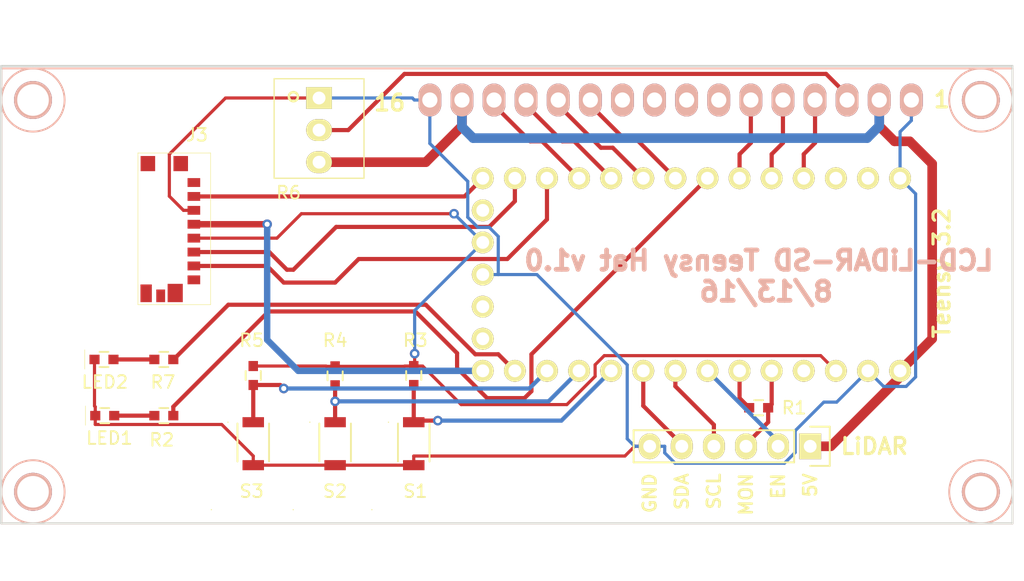
<source format=kicad_pcb>
(kicad_pcb (version 20171130) (host pcbnew "(5.1.12)-1")

  (general
    (thickness 1.6)
    (drawings 21)
    (tracks 208)
    (zones 0)
    (modules 16)
    (nets 28)
  )

  (page A4)
  (layers
    (0 F.Cu signal)
    (31 B.Cu signal)
    (32 B.Adhes user)
    (33 F.Adhes user hide)
    (34 B.Paste user)
    (35 F.Paste user)
    (36 B.SilkS user)
    (37 F.SilkS user)
    (38 B.Mask user)
    (39 F.Mask user)
    (40 Dwgs.User user hide)
    (41 Cmts.User user hide)
    (42 Eco1.User user hide)
    (43 Eco2.User user hide)
    (44 Edge.Cuts user)
    (45 Margin user hide)
    (46 B.CrtYd user)
    (47 F.CrtYd user)
    (48 B.Fab user)
    (49 F.Fab user)
  )

  (setup
    (last_trace_width 0.25)
    (user_trace_width 0.1524)
    (user_trace_width 0.254)
    (user_trace_width 0.3302)
    (user_trace_width 0.508)
    (user_trace_width 0.762)
    (user_trace_width 1.27)
    (trace_clearance 0.2)
    (zone_clearance 0.508)
    (zone_45_only no)
    (trace_min 0.1524)
    (via_size 0.762)
    (via_drill 0.4)
    (via_min_size 0.6858)
    (via_min_drill 0.3302)
    (user_via 0.6858 0.3302)
    (user_via 0.762 0.4064)
    (user_via 0.8636 0.508)
    (uvia_size 0.3)
    (uvia_drill 0.1)
    (uvias_allowed no)
    (uvia_min_size 0)
    (uvia_min_drill 0)
    (edge_width 0.15)
    (segment_width 0.2)
    (pcb_text_width 0.3)
    (pcb_text_size 1.5 1.5)
    (mod_edge_width 0.15)
    (mod_text_size 1 1)
    (mod_text_width 0.15)
    (pad_size 1.524 1.524)
    (pad_drill 0.762)
    (pad_to_mask_clearance 0.2)
    (aux_axis_origin 0 0)
    (visible_elements 7FFFFFFF)
    (pcbplotparams
      (layerselection 0x30000_00000000)
      (usegerberextensions true)
      (usegerberattributes true)
      (usegerberadvancedattributes true)
      (creategerberjobfile true)
      (excludeedgelayer true)
      (linewidth 0.100000)
      (plotframeref false)
      (viasonmask false)
      (mode 1)
      (useauxorigin false)
      (hpglpennumber 1)
      (hpglpenspeed 20)
      (hpglpendiameter 15.000000)
      (psnegative false)
      (psa4output false)
      (plotreference true)
      (plotvalue true)
      (plotinvisibletext false)
      (padsonsilk false)
      (subtractmaskfromsilk false)
      (outputformat 1)
      (mirror false)
      (drillshape 0)
      (scaleselection 1)
      (outputdirectory "gerbers"))
  )

  (net 0 "")
  (net 1 GND)
  (net 2 /LCD_RS)
  (net 3 /LCD_RW)
  (net 4 /LCD_EN)
  (net 5 /LED1)
  (net 6 /LCD_D4)
  (net 7 /LCD_D5)
  (net 8 /LCD_D6)
  (net 9 /LCD_D7)
  (net 10 /SD_CS)
  (net 11 /MOSI)
  (net 12 /MISO)
  (net 13 +3V3)
  (net 14 /SCLK)
  (net 15 /BUTTON2)
  (net 16 /SDA)
  (net 17 /BUTTON1)
  (net 18 /LIDAR_MONITOR)
  (net 19 +5V)
  (net 20 /LIDAR_TRIGGER)
  (net 21 /LIDAR_EN)
  (net 22 /SCL)
  (net 23 /LED2)
  (net 24 /BUTTON3)
  (net 25 "Net-(LCD1-Pad3)")
  (net 26 "Net-(LED1-Pad2)")
  (net 27 "Net-(LED2-Pad2)")

  (net_class Default "This is the default net class."
    (clearance 0.2)
    (trace_width 0.25)
    (via_dia 0.762)
    (via_drill 0.4)
    (uvia_dia 0.3)
    (uvia_drill 0.1)
    (add_net +3V3)
    (add_net +5V)
    (add_net /BUTTON1)
    (add_net /BUTTON2)
    (add_net /BUTTON3)
    (add_net /LCD_D4)
    (add_net /LCD_D5)
    (add_net /LCD_D6)
    (add_net /LCD_D7)
    (add_net /LCD_EN)
    (add_net /LCD_RS)
    (add_net /LCD_RW)
    (add_net /LED1)
    (add_net /LED2)
    (add_net /LIDAR_EN)
    (add_net /LIDAR_MONITOR)
    (add_net /LIDAR_TRIGGER)
    (add_net /MISO)
    (add_net /MOSI)
    (add_net /SCL)
    (add_net /SCLK)
    (add_net /SDA)
    (add_net /SD_CS)
    (add_net GND)
    (add_net "Net-(LCD1-Pad3)")
    (add_net "Net-(LED1-Pad2)")
    (add_net "Net-(LED2-Pad2)")
  )

  (module Wickerlib:TEENSY-3.2-NOSILK (layer F.Cu) (tedit 57AFBA27) (tstamp 57AFB7C0)
    (at 158.75 116.205 270)
    (path /579D6E55)
    (fp_text reference J1 (at -2 0 270) (layer F.Fab)
      (effects (font (size 1 1) (thickness 0.15)))
    )
    (fp_text value TEENSY3.2-72MHz (at -2.54 20.32 270) (layer F.Fab) hide
      (effects (font (size 1 1) (thickness 0.15)))
    )
    (fp_line (start 6.35 24.13) (end 6.35 -11.43) (layer F.CrtYd) (width 0.1524))
    (fp_line (start 6.35 -11.43) (end -11.43 -11.43) (layer F.CrtYd) (width 0.1524))
    (fp_line (start -11.43 -11.43) (end -11.43 24.13) (layer F.CrtYd) (width 0.1524))
    (fp_line (start -11.43 24.13) (end 6.35 24.13) (layer F.CrtYd) (width 0.1524))
    (fp_line (start 6.5 24) (end 6.5 -11.5) (layer F.Fab) (width 0.05))
    (fp_line (start 6.5 -11.5) (end -11.5 -11.5) (layer F.Fab) (width 0.05))
    (fp_line (start -11.5 -11.5) (end -11.5 24) (layer F.Fab) (width 0.05))
    (fp_line (start -11.5 24) (end 6.5 24) (layer F.Fab) (width 0.05))
    (fp_line (start -4.5 -11.5) (end -4.5 -9.5) (layer F.Fab) (width 0.05))
    (fp_line (start -4.5 -9.5) (end 0 -9.5) (layer F.Fab) (width 0.05))
    (fp_line (start 0 -9.5) (end 0 -11.5) (layer F.Fab) (width 0.05))
    (fp_text user %R (at 2.54 25.4 270) (layer F.SilkS) hide
      (effects (font (size 1 1) (thickness 0.15)))
    )
    (pad G1 thru_hole circle (at -10.16 -10.16 270) (size 1.7272 1.7272) (drill 1.016) (layers *.Cu *.Mask F.SilkS)
      (net 1 GND))
    (pad 0 thru_hole circle (at -10.16 -7.62 270) (size 1.7272 1.7272) (drill 1.016) (layers *.Cu *.Mask F.SilkS))
    (pad 1 thru_hole circle (at -10.16 -5.08 270) (size 1.7272 1.7272) (drill 1.016) (layers *.Cu *.Mask F.SilkS))
    (pad 2 thru_hole circle (at -10.16 -2.54 270) (size 1.7272 1.7272) (drill 1.016) (layers *.Cu *.Mask F.SilkS)
      (net 2 /LCD_RS))
    (pad 3 thru_hole circle (at -10.16 0 270) (size 1.7272 1.7272) (drill 1.016) (layers *.Cu *.Mask F.SilkS)
      (net 3 /LCD_RW))
    (pad 4 thru_hole circle (at -10.16 2.54 270) (size 1.7272 1.7272) (drill 1.016) (layers *.Cu *.Mask F.SilkS)
      (net 4 /LCD_EN))
    (pad 5 thru_hole circle (at -10.16 5.08 270) (size 1.7272 1.7272) (drill 1.016) (layers *.Cu *.Mask F.SilkS)
      (net 5 /LED1))
    (pad 6 thru_hole circle (at -10.16 7.62 270) (size 1.7272 1.7272) (drill 1.016) (layers *.Cu *.Mask F.SilkS)
      (net 6 /LCD_D4))
    (pad 7 thru_hole circle (at -10.16 10.16 270) (size 1.7272 1.7272) (drill 1.016) (layers *.Cu *.Mask F.SilkS)
      (net 7 /LCD_D5))
    (pad 8 thru_hole circle (at -10.16 12.7 270) (size 1.7272 1.7272) (drill 1.016) (layers *.Cu *.Mask F.SilkS)
      (net 8 /LCD_D6))
    (pad 9 thru_hole circle (at -10.16 15.24 270) (size 1.7272 1.7272) (drill 1.016) (layers *.Cu *.Mask F.SilkS)
      (net 9 /LCD_D7))
    (pad 10 thru_hole circle (at -10.16 17.78 270) (size 1.7272 1.7272) (drill 1.016) (layers *.Cu *.Mask F.SilkS)
      (net 10 /SD_CS))
    (pad 11 thru_hole circle (at -10.16 20.32 270) (size 1.7272 1.7272) (drill 1.016) (layers *.Cu *.Mask F.SilkS)
      (net 11 /MOSI))
    (pad 12 thru_hole circle (at -10.16 22.86 270) (size 1.7272 1.7272) (drill 1.016) (layers *.Cu *.Mask F.SilkS)
      (net 12 /MISO))
    (pad VBAT thru_hole circle (at -7.62 22.86 270) (size 1.7272 1.7272) (drill 1.016) (layers *.Cu *.Mask F.SilkS))
    (pad 3V1 thru_hole circle (at -5.08 22.86 270) (size 1.7272 1.7272) (drill 1.016) (layers *.Cu *.Mask F.SilkS)
      (net 13 +3V3))
    (pad G2 thru_hole circle (at -2.54 22.86 270) (size 1.7272 1.7272) (drill 1.016) (layers *.Cu *.Mask F.SilkS)
      (net 1 GND))
    (pad PGM thru_hole circle (at 0 22.86 270) (size 1.7272 1.7272) (drill 1.016) (layers *.Cu *.Mask F.SilkS))
    (pad DAC thru_hole circle (at 2.54 22.86 270) (size 1.7272 1.7272) (drill 1.016) (layers *.Cu *.Mask F.SilkS))
    (pad 13 thru_hole circle (at 5.08 22.86 270) (size 1.7272 1.7272) (drill 1.016) (layers *.Cu *.Mask F.SilkS)
      (net 14 /SCLK))
    (pad 16 thru_hole circle (at 5.08 15.24 270) (size 1.7272 1.7272) (drill 1.016) (layers *.Cu *.Mask F.SilkS)
      (net 15 /BUTTON2))
    (pad 3V2 thru_hole circle (at 5.08 -5.08 270) (size 1.7272 1.7272) (drill 1.016) (layers *.Cu *.Mask F.SilkS)
      (net 13 +3V3))
    (pad 18 thru_hole circle (at 5.08 10.16 270) (size 1.7272 1.7272) (drill 1.016) (layers *.Cu *.Mask F.SilkS)
      (net 16 /SDA))
    (pad 17 thru_hole circle (at 5.08 12.7 270) (size 1.7272 1.7272) (drill 1.016) (layers *.Cu *.Mask F.SilkS)
      (net 17 /BUTTON1))
    (pad AG thru_hole circle (at 5.08 -7.62 270) (size 1.7272 1.7272) (drill 1.016) (layers *.Cu *.Mask F.SilkS)
      (net 1 GND))
    (pad 22 thru_hole circle (at 5.08 0 270) (size 1.7272 1.7272) (drill 1.016) (layers *.Cu *.Mask F.SilkS)
      (net 18 /LIDAR_MONITOR))
    (pad VIN thru_hole circle (at 5.08 -10.16 270) (size 1.7272 1.7272) (drill 1.016) (layers *.Cu *.Mask F.SilkS)
      (net 19 +5V))
    (pad 21 thru_hole circle (at 5.08 2.54 270) (size 1.7272 1.7272) (drill 1.016) (layers *.Cu *.Mask F.SilkS)
      (net 20 /LIDAR_TRIGGER))
    (pad 20 thru_hole circle (at 5.08 5.08 270) (size 1.7272 1.7272) (drill 1.016) (layers *.Cu *.Mask F.SilkS)
      (net 21 /LIDAR_EN))
    (pad 19 thru_hole circle (at 5.08 7.62 270) (size 1.7272 1.7272) (drill 1.016) (layers *.Cu *.Mask F.SilkS)
      (net 22 /SCL))
    (pad 23 thru_hole circle (at 5.08 -2.54 270) (size 1.7272 1.7272) (drill 1.016) (layers *.Cu *.Mask F.SilkS))
    (pad 14 thru_hole circle (at 5.08 20.32 270) (size 1.7272 1.7272) (drill 1.016) (layers *.Cu *.Mask F.SilkS)
      (net 23 /LED2))
    (pad 15 thru_hole circle (at 5.08 17.78 270) (size 1.7272 1.7272) (drill 1.016) (layers *.Cu *.Mask F.SilkS)
      (net 24 /BUTTON3))
  )

  (module Wickerlib:CONN-HEADER-STRAIGHT-P2.54MM-1x06 (layer F.Cu) (tedit 57AFB99F) (tstamp 57AFB7CA)
    (at 161.798 127.254 270)
    (descr "Through hole pin header")
    (tags "pin header")
    (path /57AFB718)
    (fp_text reference J2 (at 0.17 8.39) (layer F.Fab)
      (effects (font (size 1 1) (thickness 0.15)))
    )
    (fp_text value LIDAR-LITE (at -2.63 6.86) (layer F.Fab) hide
      (effects (font (size 1 1) (thickness 0.15)))
    )
    (fp_line (start -1.77 14.43) (end 1.73 14.43) (layer F.Fab) (width 0.05))
    (fp_line (start 1.73 -1.76) (end 1.73 14.44) (layer F.Fab) (width 0.05))
    (fp_line (start -1.76 -1.74) (end 1.74 -1.74) (layer F.Fab) (width 0.05))
    (fp_line (start -1.75 -1.75) (end -1.75 14.45) (layer F.Fab) (width 0.05))
    (fp_line (start -1.55 -1.55) (end 1.55 -1.55) (layer F.SilkS) (width 0.15))
    (fp_line (start -1.55 0) (end -1.55 -1.55) (layer F.SilkS) (width 0.15))
    (fp_line (start 1.27 1.27) (end -1.27 1.27) (layer F.SilkS) (width 0.15))
    (fp_line (start 1.55 -1.55) (end 1.55 0) (layer F.SilkS) (width 0.15))
    (fp_line (start -1.27 13.97) (end -1.27 1.27) (layer F.SilkS) (width 0.15))
    (fp_line (start 1.27 13.97) (end -1.27 13.97) (layer F.SilkS) (width 0.15))
    (fp_line (start 1.27 1.27) (end 1.27 13.97) (layer F.SilkS) (width 0.15))
    (fp_line (start -1.75 14.45) (end 1.75 14.45) (layer F.CrtYd) (width 0.05))
    (fp_line (start -1.75 -1.75) (end 1.75 -1.75) (layer F.CrtYd) (width 0.05))
    (fp_line (start 1.75 -1.75) (end 1.75 14.45) (layer F.CrtYd) (width 0.05))
    (fp_line (start -1.75 -1.75) (end -1.75 14.45) (layer F.CrtYd) (width 0.05))
    (fp_circle (center 0 0) (end 0.254 0.254) (layer F.Fab) (width 0.3))
    (fp_text user %R (at 0.14 -2.74 270) (layer F.SilkS) hide
      (effects (font (size 1 1) (thickness 0.15)))
    )
    (pad 1 thru_hole rect (at 0 0 270) (size 2.032 1.7272) (drill 1.016) (layers *.Cu *.Mask F.SilkS)
      (net 19 +5V))
    (pad 2 thru_hole oval (at 0 2.54 270) (size 2.032 1.7272) (drill 1.016) (layers *.Cu *.Mask F.SilkS)
      (net 21 /LIDAR_EN))
    (pad 3 thru_hole oval (at 0 5.08 270) (size 2.032 1.7272) (drill 1.016) (layers *.Cu *.Mask F.SilkS)
      (net 18 /LIDAR_MONITOR))
    (pad 4 thru_hole oval (at 0 7.62 270) (size 2.032 1.7272) (drill 1.016) (layers *.Cu *.Mask F.SilkS)
      (net 22 /SCL))
    (pad 5 thru_hole oval (at 0 10.16 270) (size 2.032 1.7272) (drill 1.016) (layers *.Cu *.Mask F.SilkS)
      (net 16 /SDA))
    (pad 6 thru_hole oval (at 0 12.7 270) (size 2.032 1.7272) (drill 1.016) (layers *.Cu *.Mask F.SilkS)
      (net 1 GND))
  )

  (module Wickerlib:LCD-1602A locked (layer B.Cu) (tedit 57902DAA) (tstamp 57AFB7F5)
    (at 169.802 99.855 180)
    (descr http://www.kamami.pl/dl/wc1602a0.pdf)
    (tags "LCD 16x2 Alphanumeric 16pin")
    (path /579D6F47)
    (fp_text reference LCD1 (at 19.05 0 180) (layer B.Fab)
      (effects (font (size 1 1) (thickness 0.15)) (justify mirror))
    )
    (fp_text value LCD-16x2 (at 31.99892 -15.49908 180) (layer B.Fab) hide
      (effects (font (size 1 1) (thickness 0.15)) (justify mirror))
    )
    (fp_circle (center -5.4991 0) (end -2.99974 0) (layer B.SilkS) (width 0.15))
    (fp_circle (center -5.4991 -31.0007) (end -8.001 -31.0007) (layer B.SilkS) (width 0.15))
    (fp_circle (center 69.49948 -31.0007) (end 71.99884 -31.0007) (layer B.SilkS) (width 0.15))
    (fp_circle (center 69.49948 0) (end 71.99884 0) (layer B.SilkS) (width 0.15))
    (fp_line (start -8.001 -33.50006) (end -8.001 2.49936) (layer B.SilkS) (width 0.15))
    (fp_line (start 71.99884 -33.50006) (end -8.001 -33.50006) (layer B.SilkS) (width 0.15))
    (fp_line (start 71.99884 2.49936) (end 71.99884 -33.50006) (layer B.SilkS) (width 0.15))
    (fp_line (start -8.001 2.49936) (end 71.99884 2.49936) (layer B.SilkS) (width 0.15))
    (fp_line (start -1.524 1.778) (end -1.524 -1.778) (layer B.CrtYd) (width 0.05))
    (fp_line (start -1.524 -1.778) (end 39.624 -1.778) (layer B.CrtYd) (width 0.05))
    (fp_line (start 39.624 -1.778) (end 39.624 2.032) (layer B.CrtYd) (width 0.05))
    (fp_line (start 39.624 2.032) (end -1.524 2.032) (layer B.CrtYd) (width 0.05))
    (fp_line (start -1.524 2.032) (end -1.524 1.778) (layer B.CrtYd) (width 0.05))
    (fp_line (start -1.524 2.032) (end -1.524 -1.778) (layer B.Fab) (width 0.05))
    (fp_line (start -1.524 -1.778) (end 39.624 -1.778) (layer B.Fab) (width 0.05))
    (fp_line (start 39.624 -1.778) (end 39.624 2.032) (layer B.Fab) (width 0.05))
    (fp_line (start 39.624 2.032) (end -1.524 2.032) (layer B.Fab) (width 0.05))
    (pad 1 thru_hole oval (at 0 0 180) (size 1.8 2.6) (drill 1.2) (layers *.Cu *.Mask B.SilkS)
      (net 1 GND))
    (pad 2 thru_hole oval (at 2.54 0 180) (size 1.8 2.6) (drill 1.2) (layers *.Cu *.Mask B.SilkS)
      (net 19 +5V))
    (pad 3 thru_hole oval (at 5.08 0 180) (size 1.8 2.6) (drill 1.2) (layers *.Cu *.Mask B.SilkS)
      (net 25 "Net-(LCD1-Pad3)"))
    (pad 4 thru_hole oval (at 7.62 0 180) (size 1.8 2.6) (drill 1.2) (layers *.Cu *.Mask B.SilkS)
      (net 2 /LCD_RS))
    (pad 5 thru_hole oval (at 10.16 0 180) (size 1.8 2.6) (drill 1.2) (layers *.Cu *.Mask B.SilkS)
      (net 3 /LCD_RW))
    (pad 6 thru_hole oval (at 12.7 0 180) (size 1.8 2.6) (drill 1.2) (layers *.Cu *.Mask B.SilkS)
      (net 4 /LCD_EN))
    (pad 7 thru_hole oval (at 15.24 0 180) (size 1.8 2.6) (drill 1.2) (layers *.Cu *.Mask B.SilkS))
    (pad 8 thru_hole oval (at 17.78 0 180) (size 1.8 2.6) (drill 1.2) (layers *.Cu *.Mask B.SilkS))
    (pad 9 thru_hole oval (at 20.32 0 180) (size 1.8 2.6) (drill 1.2) (layers *.Cu *.Mask B.SilkS))
    (pad 10 thru_hole oval (at 22.86 0 180) (size 1.8 2.6) (drill 1.2) (layers *.Cu *.Mask B.SilkS))
    (pad 11 thru_hole oval (at 25.4 0 180) (size 1.8 2.6) (drill 1.2) (layers *.Cu *.Mask B.SilkS)
      (net 6 /LCD_D4))
    (pad 12 thru_hole oval (at 27.94 0 180) (size 1.8 2.6) (drill 1.2) (layers *.Cu *.Mask B.SilkS)
      (net 7 /LCD_D5))
    (pad 13 thru_hole oval (at 30.48 0 180) (size 1.8 2.6) (drill 1.2) (layers *.Cu *.Mask B.SilkS)
      (net 8 /LCD_D6))
    (pad 14 thru_hole oval (at 33.02 0 180) (size 1.8 2.6) (drill 1.2) (layers *.Cu *.Mask B.SilkS)
      (net 9 /LCD_D7))
    (pad 15 thru_hole oval (at 35.56 0 180) (size 1.8 2.6) (drill 1.2) (layers *.Cu *.Mask B.SilkS)
      (net 19 +5V))
    (pad 16 thru_hole oval (at 38.1 0 180) (size 1.8 2.6) (drill 1.2) (layers *.Cu *.Mask B.SilkS)
      (net 1 GND))
    (pad 0 thru_hole circle (at -5.4991 0 180) (size 3 3) (drill 2.5) (layers *.Cu *.Mask B.SilkS))
    (pad 0 thru_hole circle (at -5.4991 -31.0007 180) (size 3 3) (drill 2.5) (layers *.Cu *.Mask B.SilkS))
    (pad 0 thru_hole circle (at 69.49948 -31.0007 180) (size 3 3) (drill 2.5) (layers *.Cu *.Mask B.SilkS))
    (pad 0 thru_hole circle (at 69.49948 0 180) (size 3 3) (drill 2.5) (layers *.Cu *.Mask B.SilkS))
  )

  (module Wickerlib:LED-0603-SMD (layer F.Cu) (tedit 57903B26) (tstamp 57AFB7FB)
    (at 105.978 124.829)
    (descr "Capacitor SMD 0603, reflow soldering, AVX (see smccp.pdf)")
    (tags "capacitor 0603")
    (path /57AFBDDD)
    (attr smd)
    (fp_text reference LED1 (at 0.09 0.04) (layer F.Fab)
      (effects (font (size 0.8 0.8) (thickness 0.15)))
    )
    (fp_text value AMBER (at 0 1.9) (layer F.Fab) hide
      (effects (font (size 1 1) (thickness 0.15)))
    )
    (fp_line (start -1.778 0.762) (end 2.032 0.762) (layer F.Fab) (width 0.05))
    (fp_line (start 2.032 -0.75) (end 2.032 0.75) (layer F.Fab) (width 0.05))
    (fp_line (start -1.778 -0.75) (end -1.778 0.75) (layer F.Fab) (width 0.05))
    (fp_line (start -1.45 -0.75) (end 1.45 -0.762) (layer F.CrtYd) (width 0.05))
    (fp_line (start 0.35 0.6) (end -0.35 0.6) (layer F.SilkS) (width 0.15))
    (fp_line (start -0.35 -0.6) (end 0.35 -0.6) (layer F.SilkS) (width 0.15))
    (fp_line (start 1.45 -0.75) (end 1.45 0.75) (layer F.CrtYd) (width 0.05))
    (fp_line (start -1.45 -0.75) (end -1.45 0.75) (layer F.CrtYd) (width 0.05))
    (fp_line (start -1.45 0.75) (end 1.45 0.75) (layer F.CrtYd) (width 0.05))
    (fp_line (start -1.778 -0.762) (end 2.032 -0.762) (layer F.Fab) (width 0.05))
    (fp_line (start -2.032 -0.762) (end -2.032 0.762) (layer F.Fab) (width 0.05))
    (fp_line (start -1.524 0.762) (end -1.524 -0.762) (layer F.SilkS) (width 0.05))
    (fp_text user %R (at 0.369 1.778) (layer F.SilkS)
      (effects (font (size 1 1) (thickness 0.15)))
    )
    (pad 1 smd rect (at -0.75 0) (size 0.8 0.75) (layers F.Cu F.Paste F.Mask)
      (net 1 GND))
    (pad 2 smd rect (at 0.75 0) (size 0.8 0.75) (layers F.Cu F.Paste F.Mask)
      (net 26 "Net-(LED1-Pad2)"))
  )

  (module Wickerlib:LED-0603-SMD (layer F.Cu) (tedit 57903B26) (tstamp 57AFB801)
    (at 105.918 120.384)
    (descr "Capacitor SMD 0603, reflow soldering, AVX (see smccp.pdf)")
    (tags "capacitor 0603")
    (path /57B0513E)
    (attr smd)
    (fp_text reference LED2 (at 0.09 0.04) (layer F.Fab)
      (effects (font (size 0.8 0.8) (thickness 0.15)))
    )
    (fp_text value AMBER (at 0 1.9) (layer F.Fab) hide
      (effects (font (size 1 1) (thickness 0.15)))
    )
    (fp_line (start -1.778 0.762) (end 2.032 0.762) (layer F.Fab) (width 0.05))
    (fp_line (start 2.032 -0.75) (end 2.032 0.75) (layer F.Fab) (width 0.05))
    (fp_line (start -1.778 -0.75) (end -1.778 0.75) (layer F.Fab) (width 0.05))
    (fp_line (start -1.45 -0.75) (end 1.45 -0.762) (layer F.CrtYd) (width 0.05))
    (fp_line (start 0.35 0.6) (end -0.35 0.6) (layer F.SilkS) (width 0.15))
    (fp_line (start -0.35 -0.6) (end 0.35 -0.6) (layer F.SilkS) (width 0.15))
    (fp_line (start 1.45 -0.75) (end 1.45 0.75) (layer F.CrtYd) (width 0.05))
    (fp_line (start -1.45 -0.75) (end -1.45 0.75) (layer F.CrtYd) (width 0.05))
    (fp_line (start -1.45 0.75) (end 1.45 0.75) (layer F.CrtYd) (width 0.05))
    (fp_line (start -1.778 -0.762) (end 2.032 -0.762) (layer F.Fab) (width 0.05))
    (fp_line (start -2.032 -0.762) (end -2.032 0.762) (layer F.Fab) (width 0.05))
    (fp_line (start -1.524 0.762) (end -1.524 -0.762) (layer F.SilkS) (width 0.05))
    (fp_text user %R (at 0.07 1.790472) (layer F.SilkS)
      (effects (font (size 1 1) (thickness 0.15)))
    )
    (pad 1 smd rect (at -0.75 0) (size 0.8 0.75) (layers F.Cu F.Paste F.Mask)
      (net 1 GND))
    (pad 2 smd rect (at 0.75 0) (size 0.8 0.75) (layers F.Cu F.Paste F.Mask)
      (net 27 "Net-(LED2-Pad2)"))
  )

  (module Wickerlib:RLC-0603-SMD (layer F.Cu) (tedit 579029AB) (tstamp 57AFB807)
    (at 157.722 124.206)
    (descr "Capacitor SMD RLC-0603-SMD, reflow soldering, AVX (see smccp.pdf)")
    (tags "capacitor RLC-0603-SMD")
    (path /57AFEF7E)
    (attr smd)
    (fp_text reference R1 (at 0.09 0.04) (layer F.Fab)
      (effects (font (size 0.8 0.8) (thickness 0.15)))
    )
    (fp_text value 1K (at 0 1.9) (layer F.Fab) hide
      (effects (font (size 1 1) (thickness 0.15)))
    )
    (fp_line (start -1.45 0.75) (end 1.45 0.75) (layer F.Fab) (width 0.05))
    (fp_line (start 1.45 -0.75) (end 1.45 0.75) (layer F.Fab) (width 0.05))
    (fp_line (start -1.45 -0.75) (end -1.45 0.75) (layer F.Fab) (width 0.05))
    (fp_line (start -1.45 -0.75) (end 1.45 -0.75) (layer F.CrtYd) (width 0.05))
    (fp_line (start 0.35 0.6) (end -0.35 0.6) (layer F.SilkS) (width 0.15))
    (fp_line (start -0.35 -0.6) (end 0.35 -0.6) (layer F.SilkS) (width 0.15))
    (fp_line (start 1.45 -0.75) (end 1.45 0.75) (layer F.CrtYd) (width 0.05))
    (fp_line (start -1.45 -0.75) (end -1.45 0.75) (layer F.CrtYd) (width 0.05))
    (fp_line (start -1.45 0.75) (end 1.45 0.75) (layer F.CrtYd) (width 0.05))
    (fp_line (start -1.45 -0.75) (end 1.45 -0.75) (layer F.Fab) (width 0.05))
    (fp_text user %R (at 2.806 0) (layer F.SilkS)
      (effects (font (size 1 1) (thickness 0.15)))
    )
    (pad 1 smd rect (at -0.75 0) (size 0.8 0.75) (layers F.Cu F.Paste F.Mask)
      (net 20 /LIDAR_TRIGGER))
    (pad 2 smd rect (at 0.75 0) (size 0.8 0.75) (layers F.Cu F.Paste F.Mask)
      (net 18 /LIDAR_MONITOR))
  )

  (module Wickerlib:RLC-0603-SMD (layer F.Cu) (tedit 579029AB) (tstamp 57AFB80D)
    (at 110.653 124.829 180)
    (descr "Capacitor SMD RLC-0603-SMD, reflow soldering, AVX (see smccp.pdf)")
    (tags "capacitor RLC-0603-SMD")
    (path /57AFBEBD)
    (attr smd)
    (fp_text reference R2 (at 0.09 0.04 180) (layer F.Fab)
      (effects (font (size 0.8 0.8) (thickness 0.15)))
    )
    (fp_text value 1K (at 0 1.9 180) (layer F.Fab) hide
      (effects (font (size 1 1) (thickness 0.15)))
    )
    (fp_line (start -1.45 0.75) (end 1.45 0.75) (layer F.Fab) (width 0.05))
    (fp_line (start 1.45 -0.75) (end 1.45 0.75) (layer F.Fab) (width 0.05))
    (fp_line (start -1.45 -0.75) (end -1.45 0.75) (layer F.Fab) (width 0.05))
    (fp_line (start -1.45 -0.75) (end 1.45 -0.75) (layer F.CrtYd) (width 0.05))
    (fp_line (start 0.35 0.6) (end -0.35 0.6) (layer F.SilkS) (width 0.15))
    (fp_line (start -0.35 -0.6) (end 0.35 -0.6) (layer F.SilkS) (width 0.15))
    (fp_line (start 1.45 -0.75) (end 1.45 0.75) (layer F.CrtYd) (width 0.05))
    (fp_line (start -1.45 -0.75) (end -1.45 0.75) (layer F.CrtYd) (width 0.05))
    (fp_line (start -1.45 0.75) (end 1.45 0.75) (layer F.CrtYd) (width 0.05))
    (fp_line (start -1.45 -0.75) (end 1.45 -0.75) (layer F.Fab) (width 0.05))
    (fp_text user %R (at 0.162666 -1.917472 180) (layer F.SilkS)
      (effects (font (size 1 1) (thickness 0.15)))
    )
    (pad 1 smd rect (at -0.75 0 180) (size 0.8 0.75) (layers F.Cu F.Paste F.Mask)
      (net 5 /LED1))
    (pad 2 smd rect (at 0.75 0 180) (size 0.8 0.75) (layers F.Cu F.Paste F.Mask)
      (net 26 "Net-(LED1-Pad2)"))
  )

  (module Wickerlib:RLC-0603-SMD (layer F.Cu) (tedit 579029AB) (tstamp 57AFB813)
    (at 130.429 121.654 270)
    (descr "Capacitor SMD RLC-0603-SMD, reflow soldering, AVX (see smccp.pdf)")
    (tags "capacitor RLC-0603-SMD")
    (path /57AFC14D)
    (attr smd)
    (fp_text reference R3 (at 0.09 0.04 270) (layer F.Fab)
      (effects (font (size 0.8 0.8) (thickness 0.15)))
    )
    (fp_text value 1K (at 0 1.9 270) (layer F.Fab) hide
      (effects (font (size 1 1) (thickness 0.15)))
    )
    (fp_line (start -1.45 0.75) (end 1.45 0.75) (layer F.Fab) (width 0.05))
    (fp_line (start 1.45 -0.75) (end 1.45 0.75) (layer F.Fab) (width 0.05))
    (fp_line (start -1.45 -0.75) (end -1.45 0.75) (layer F.Fab) (width 0.05))
    (fp_line (start -1.45 -0.75) (end 1.45 -0.75) (layer F.CrtYd) (width 0.05))
    (fp_line (start 0.35 0.6) (end -0.35 0.6) (layer F.SilkS) (width 0.15))
    (fp_line (start -0.35 -0.6) (end 0.35 -0.6) (layer F.SilkS) (width 0.15))
    (fp_line (start 1.45 -0.75) (end 1.45 0.75) (layer F.CrtYd) (width 0.05))
    (fp_line (start -1.45 -0.75) (end -1.45 0.75) (layer F.CrtYd) (width 0.05))
    (fp_line (start -1.45 0.75) (end 1.45 0.75) (layer F.CrtYd) (width 0.05))
    (fp_line (start -1.45 -0.75) (end 1.45 -0.75) (layer F.Fab) (width 0.05))
    (fp_text user %R (at -2.782 -0.127) (layer F.SilkS)
      (effects (font (size 1 1) (thickness 0.15)))
    )
    (pad 1 smd rect (at -0.75 0 270) (size 0.8 0.75) (layers F.Cu F.Paste F.Mask)
      (net 13 +3V3))
    (pad 2 smd rect (at 0.75 0 270) (size 0.8 0.75) (layers F.Cu F.Paste F.Mask)
      (net 17 /BUTTON1))
  )

  (module Wickerlib:RLC-0603-SMD (layer F.Cu) (tedit 579029AB) (tstamp 57AFB819)
    (at 124.206 121.678 270)
    (descr "Capacitor SMD RLC-0603-SMD, reflow soldering, AVX (see smccp.pdf)")
    (tags "capacitor RLC-0603-SMD")
    (path /57AFC516)
    (attr smd)
    (fp_text reference R4 (at 0.09 0.04 270) (layer F.Fab)
      (effects (font (size 0.8 0.8) (thickness 0.15)))
    )
    (fp_text value 1K (at 0 1.9 270) (layer F.Fab) hide
      (effects (font (size 1 1) (thickness 0.15)))
    )
    (fp_line (start -1.45 0.75) (end 1.45 0.75) (layer F.Fab) (width 0.05))
    (fp_line (start 1.45 -0.75) (end 1.45 0.75) (layer F.Fab) (width 0.05))
    (fp_line (start -1.45 -0.75) (end -1.45 0.75) (layer F.Fab) (width 0.05))
    (fp_line (start -1.45 -0.75) (end 1.45 -0.75) (layer F.CrtYd) (width 0.05))
    (fp_line (start 0.35 0.6) (end -0.35 0.6) (layer F.SilkS) (width 0.15))
    (fp_line (start -0.35 -0.6) (end 0.35 -0.6) (layer F.SilkS) (width 0.15))
    (fp_line (start 1.45 -0.75) (end 1.45 0.75) (layer F.CrtYd) (width 0.05))
    (fp_line (start -1.45 -0.75) (end -1.45 0.75) (layer F.CrtYd) (width 0.05))
    (fp_line (start -1.45 0.75) (end 1.45 0.75) (layer F.CrtYd) (width 0.05))
    (fp_line (start -1.45 -0.75) (end 1.45 -0.75) (layer F.Fab) (width 0.05))
    (fp_text user %R (at -2.806 0) (layer F.SilkS)
      (effects (font (size 1 1) (thickness 0.15)))
    )
    (pad 1 smd rect (at -0.75 0 270) (size 0.8 0.75) (layers F.Cu F.Paste F.Mask)
      (net 13 +3V3))
    (pad 2 smd rect (at 0.75 0 270) (size 0.8 0.75) (layers F.Cu F.Paste F.Mask)
      (net 15 /BUTTON2))
  )

  (module Wickerlib:RLC-0603-SMD (layer F.Cu) (tedit 579029AB) (tstamp 57AFB81F)
    (at 117.729 121.654 270)
    (descr "Capacitor SMD RLC-0603-SMD, reflow soldering, AVX (see smccp.pdf)")
    (tags "capacitor RLC-0603-SMD")
    (path /57AFC6CF)
    (attr smd)
    (fp_text reference R5 (at 0.09 0.04 270) (layer F.Fab)
      (effects (font (size 0.8 0.8) (thickness 0.15)))
    )
    (fp_text value 1K (at 0 1.9 270) (layer F.Fab) hide
      (effects (font (size 1 1) (thickness 0.15)))
    )
    (fp_line (start -1.45 0.75) (end 1.45 0.75) (layer F.Fab) (width 0.05))
    (fp_line (start 1.45 -0.75) (end 1.45 0.75) (layer F.Fab) (width 0.05))
    (fp_line (start -1.45 -0.75) (end -1.45 0.75) (layer F.Fab) (width 0.05))
    (fp_line (start -1.45 -0.75) (end 1.45 -0.75) (layer F.CrtYd) (width 0.05))
    (fp_line (start 0.35 0.6) (end -0.35 0.6) (layer F.SilkS) (width 0.15))
    (fp_line (start -0.35 -0.6) (end 0.35 -0.6) (layer F.SilkS) (width 0.15))
    (fp_line (start 1.45 -0.75) (end 1.45 0.75) (layer F.CrtYd) (width 0.05))
    (fp_line (start -1.45 -0.75) (end -1.45 0.75) (layer F.CrtYd) (width 0.05))
    (fp_line (start -1.45 0.75) (end 1.45 0.75) (layer F.CrtYd) (width 0.05))
    (fp_line (start -1.45 -0.75) (end 1.45 -0.75) (layer F.Fab) (width 0.05))
    (fp_text user %R (at -2.782 0.127) (layer F.SilkS)
      (effects (font (size 1 1) (thickness 0.15)))
    )
    (pad 1 smd rect (at -0.75 0 270) (size 0.8 0.75) (layers F.Cu F.Paste F.Mask)
      (net 13 +3V3))
    (pad 2 smd rect (at 0.75 0 270) (size 0.8 0.75) (layers F.Cu F.Paste F.Mask)
      (net 24 /BUTTON3))
  )

  (module Wickerlib:RES-TRIMPOT-BOURNS-3362-SQUARE-TH-CENTER (layer F.Cu) (tedit 5790459A) (tstamp 57AFB826)
    (at 122.936 102.235)
    (descr "Through hole pin header")
    (tags "pin header")
    (path /579D7214)
    (fp_text reference R6 (at 0 0 90) (layer F.Fab)
      (effects (font (size 1 1) (thickness 0.15)))
    )
    (fp_text value 10K (at 0.508 0.254 90) (layer F.Fab) hide
      (effects (font (size 1 1) (thickness 0.15)))
    )
    (fp_circle (center -2.032 -2.64521) (end -1.778 -2.39121) (layer F.SilkS) (width 0.2))
    (fp_circle (center 0 -2.54) (end 0.254 -2.286) (layer F.Fab) (width 0.2))
    (fp_line (start 3.556 -4.064) (end -3.556 -4.064) (layer F.Fab) (width 0.05))
    (fp_line (start -3.556 -4.064) (end -3.556 3.81) (layer F.Fab) (width 0.05))
    (fp_line (start -3.556 3.81) (end 3.556 3.81) (layer F.Fab) (width 0.05))
    (fp_line (start 3.556 3.81) (end 3.556 -4.064) (layer F.Fab) (width 0.05))
    (fp_line (start 3.556 -4.064) (end -3.556 -4.064) (layer F.SilkS) (width 0.1016))
    (fp_line (start -3.556 -4.064) (end -3.556 3.81) (layer F.SilkS) (width 0.1016))
    (fp_line (start -3.556 3.81) (end 3.556 3.81) (layer F.SilkS) (width 0.1016))
    (fp_line (start 3.556 3.81) (end 3.556 -3.81) (layer F.SilkS) (width 0.1016))
    (fp_line (start 3.556 -3.81) (end 3.556 -4.064) (layer F.SilkS) (width 0.1016))
    (fp_text user %R (at -2.413 4.953) (layer F.SilkS)
      (effects (font (size 1 1) (thickness 0.15)))
    )
    (pad 1 thru_hole rect (at 0 -2.54) (size 2.032 1.7272) (drill 1.016) (layers *.Cu *.Mask F.SilkS)
      (net 1 GND))
    (pad 2 thru_hole oval (at 0 0) (size 2.032 1.7272) (drill 1.016) (layers *.Cu *.Mask F.SilkS)
      (net 25 "Net-(LCD1-Pad3)"))
    (pad 3 thru_hole oval (at 0 2.54) (size 2.032 1.7272) (drill 1.016) (layers *.Cu *.Mask F.SilkS)
      (net 19 +5V))
  )

  (module Wickerlib:RLC-0603-SMD (layer F.Cu) (tedit 579029AB) (tstamp 57AFB82C)
    (at 110.653 120.384 180)
    (descr "Capacitor SMD RLC-0603-SMD, reflow soldering, AVX (see smccp.pdf)")
    (tags "capacitor RLC-0603-SMD")
    (path /57B05151)
    (attr smd)
    (fp_text reference R7 (at 0.09 0.04 180) (layer F.Fab)
      (effects (font (size 0.8 0.8) (thickness 0.15)))
    )
    (fp_text value 1K (at 0 1.9 180) (layer F.Fab) hide
      (effects (font (size 1 1) (thickness 0.15)))
    )
    (fp_line (start -1.45 0.75) (end 1.45 0.75) (layer F.Fab) (width 0.05))
    (fp_line (start 1.45 -0.75) (end 1.45 0.75) (layer F.Fab) (width 0.05))
    (fp_line (start -1.45 -0.75) (end -1.45 0.75) (layer F.Fab) (width 0.05))
    (fp_line (start -1.45 -0.75) (end 1.45 -0.75) (layer F.CrtYd) (width 0.05))
    (fp_line (start 0.35 0.6) (end -0.35 0.6) (layer F.SilkS) (width 0.15))
    (fp_line (start -0.35 -0.6) (end 0.35 -0.6) (layer F.SilkS) (width 0.15))
    (fp_line (start 1.45 -0.75) (end 1.45 0.75) (layer F.CrtYd) (width 0.05))
    (fp_line (start -1.45 -0.75) (end -1.45 0.75) (layer F.CrtYd) (width 0.05))
    (fp_line (start -1.45 0.75) (end 1.45 0.75) (layer F.CrtYd) (width 0.05))
    (fp_line (start -1.45 -0.75) (end 1.45 -0.75) (layer F.Fab) (width 0.05))
    (fp_text user %R (at 0.07 -1.790472 180) (layer F.SilkS)
      (effects (font (size 1 1) (thickness 0.15)))
    )
    (pad 1 smd rect (at -0.75 0 180) (size 0.8 0.75) (layers F.Cu F.Paste F.Mask)
      (net 23 /LED2))
    (pad 2 smd rect (at 0.75 0 180) (size 0.8 0.75) (layers F.Cu F.Paste F.Mask)
      (net 27 "Net-(LED2-Pad2)"))
  )

  (module Wickerlib:SWITCH-OMRON-MOMENTARY-SMD-B3U-1000P (layer F.Cu) (tedit 57904124) (tstamp 57AFB832)
    (at 130.429 125.349 270)
    (descr SW-B3F-10XX)
    (tags "Omron B3F-10xx")
    (path /57AFBFD5)
    (fp_text reference S1 (at 1.778 0 270) (layer F.Fab)
      (effects (font (size 1 1) (thickness 0.15)))
    )
    (fp_text value BUTTON1 (at 1.524 0 270) (layer F.Fab) hide
      (effects (font (size 1 1) (thickness 0.15)))
    )
    (fp_line (start 6.92202 3.31318) (end 6.92202 3.31318) (layer F.SilkS) (width 0.1))
    (fp_line (start 0 2) (end 0 2) (layer F.SilkS) (width 0.1))
    (fp_line (start 0.10668 -1.25) (end 3.10668 -1.25) (layer F.SilkS) (width 0.15))
    (fp_line (start 0.10668 1.25) (end 3.10668 1.25) (layer F.SilkS) (width 0.15))
    (fp_line (start 4.318 -1.524) (end -0.762 -1.524) (layer F.CrtYd) (width 0.05))
    (fp_line (start -0.762 -1.524) (end -0.762 1.524) (layer F.CrtYd) (width 0.05))
    (fp_line (start -0.762 1.524) (end 4.318 1.524) (layer F.CrtYd) (width 0.05))
    (fp_line (start 4.318 1.524) (end 4.318 -1.524) (layer F.CrtYd) (width 0.05))
    (fp_line (start 4.318 -1.524) (end 4.318 1.524) (layer F.Fab) (width 0.05))
    (fp_line (start 4.318 1.524) (end -0.762 1.524) (layer F.Fab) (width 0.05))
    (fp_line (start -0.762 1.524) (end -0.762 -1.524) (layer F.Fab) (width 0.05))
    (fp_line (start -0.762 -1.524) (end 4.318 -1.524) (layer F.Fab) (width 0.05))
    (fp_text user %R (at 5.461 -0.127) (layer F.SilkS)
      (effects (font (size 1 1) (thickness 0.15)))
    )
    (pad 2 smd rect (at 3.4 0 270) (size 0.8 1.7) (layers F.Cu F.Paste F.Mask)
      (net 1 GND))
    (pad 1 smd rect (at 0 0 270) (size 0.8 1.7) (layers F.Cu F.Paste F.Mask)
      (net 17 /BUTTON1))
  )

  (module Wickerlib:SWITCH-OMRON-MOMENTARY-SMD-B3U-1000P (layer F.Cu) (tedit 57904124) (tstamp 57AFB838)
    (at 124.206 125.349 270)
    (descr SW-B3F-10XX)
    (tags "Omron B3F-10xx")
    (path /57AFC509)
    (fp_text reference S2 (at 1.778 0 270) (layer F.Fab)
      (effects (font (size 1 1) (thickness 0.15)))
    )
    (fp_text value BUTTON2 (at 1.524 0 270) (layer F.Fab) hide
      (effects (font (size 1 1) (thickness 0.15)))
    )
    (fp_line (start 6.92202 3.31318) (end 6.92202 3.31318) (layer F.SilkS) (width 0.1))
    (fp_line (start 0 2) (end 0 2) (layer F.SilkS) (width 0.1))
    (fp_line (start 0.10668 -1.25) (end 3.10668 -1.25) (layer F.SilkS) (width 0.15))
    (fp_line (start 0.10668 1.25) (end 3.10668 1.25) (layer F.SilkS) (width 0.15))
    (fp_line (start 4.318 -1.524) (end -0.762 -1.524) (layer F.CrtYd) (width 0.05))
    (fp_line (start -0.762 -1.524) (end -0.762 1.524) (layer F.CrtYd) (width 0.05))
    (fp_line (start -0.762 1.524) (end 4.318 1.524) (layer F.CrtYd) (width 0.05))
    (fp_line (start 4.318 1.524) (end 4.318 -1.524) (layer F.CrtYd) (width 0.05))
    (fp_line (start 4.318 -1.524) (end 4.318 1.524) (layer F.Fab) (width 0.05))
    (fp_line (start 4.318 1.524) (end -0.762 1.524) (layer F.Fab) (width 0.05))
    (fp_line (start -0.762 1.524) (end -0.762 -1.524) (layer F.Fab) (width 0.05))
    (fp_line (start -0.762 -1.524) (end 4.318 -1.524) (layer F.Fab) (width 0.05))
    (fp_text user %R (at 5.461 0) (layer F.SilkS)
      (effects (font (size 1 1) (thickness 0.15)))
    )
    (pad 2 smd rect (at 3.4 0 270) (size 0.8 1.7) (layers F.Cu F.Paste F.Mask)
      (net 1 GND))
    (pad 1 smd rect (at 0 0 270) (size 0.8 1.7) (layers F.Cu F.Paste F.Mask)
      (net 15 /BUTTON2))
  )

  (module Wickerlib:SWITCH-OMRON-MOMENTARY-SMD-B3U-1000P (layer F.Cu) (tedit 57904124) (tstamp 57AFB83E)
    (at 117.729 125.349 270)
    (descr SW-B3F-10XX)
    (tags "Omron B3F-10xx")
    (path /57AFC6C2)
    (fp_text reference S3 (at 1.778 0 270) (layer F.Fab)
      (effects (font (size 1 1) (thickness 0.15)))
    )
    (fp_text value BUTTON3 (at 1.524 0 270) (layer F.Fab) hide
      (effects (font (size 1 1) (thickness 0.15)))
    )
    (fp_line (start 6.92202 3.31318) (end 6.92202 3.31318) (layer F.SilkS) (width 0.1))
    (fp_line (start 0 2) (end 0 2) (layer F.SilkS) (width 0.1))
    (fp_line (start 0.10668 -1.25) (end 3.10668 -1.25) (layer F.SilkS) (width 0.15))
    (fp_line (start 0.10668 1.25) (end 3.10668 1.25) (layer F.SilkS) (width 0.15))
    (fp_line (start 4.318 -1.524) (end -0.762 -1.524) (layer F.CrtYd) (width 0.05))
    (fp_line (start -0.762 -1.524) (end -0.762 1.524) (layer F.CrtYd) (width 0.05))
    (fp_line (start -0.762 1.524) (end 4.318 1.524) (layer F.CrtYd) (width 0.05))
    (fp_line (start 4.318 1.524) (end 4.318 -1.524) (layer F.CrtYd) (width 0.05))
    (fp_line (start 4.318 -1.524) (end 4.318 1.524) (layer F.Fab) (width 0.05))
    (fp_line (start 4.318 1.524) (end -0.762 1.524) (layer F.Fab) (width 0.05))
    (fp_line (start -0.762 1.524) (end -0.762 -1.524) (layer F.Fab) (width 0.05))
    (fp_line (start -0.762 -1.524) (end 4.318 -1.524) (layer F.Fab) (width 0.05))
    (fp_text user %R (at 5.461 0.127) (layer F.SilkS)
      (effects (font (size 1 1) (thickness 0.15)))
    )
    (pad 2 smd rect (at 3.4 0 270) (size 0.8 1.7) (layers F.Cu F.Paste F.Mask)
      (net 1 GND))
    (pad 1 smd rect (at 0 0 270) (size 0.8 1.7) (layers F.Cu F.Paste F.Mask)
      (net 24 /BUTTON3))
  )

  (module Wickerlib:CONN-SD-MICRO-MOLEX-0475710001 (layer F.Cu) (tedit 57958DF9) (tstamp 57AFB98A)
    (at 114.354 110.298 270)
    (path /57AFAD27)
    (fp_text reference J3 (at 0 3.25 270) (layer F.Fab)
      (effects (font (size 1 1) (thickness 0.15)))
    )
    (fp_text value MICRO-SD (at 4 6.25 270) (layer F.Fab) hide
      (effects (font (size 0.4 0.4) (thickness 0.03)))
    )
    (fp_line (start -6.096 0.0254) (end 5.588 0.0254) (layer F.Fab) (width 0.05))
    (fp_line (start 5.588 0.0254) (end 5.588 5.588) (layer F.Fab) (width 0.05))
    (fp_line (start -6.096 0.0254) (end -6.096 5.588) (layer F.Fab) (width 0.05))
    (fp_line (start -6.096 5.588) (end 5.588 5.588) (layer F.Fab) (width 0.05))
    (fp_line (start -6.5 -0.25) (end 6 -0.25) (layer F.CrtYd) (width 0.05))
    (fp_line (start 6 -0.25) (end 6 16) (layer F.CrtYd) (width 0.05))
    (fp_line (start -6.5 -0.25) (end -6.5 16) (layer F.CrtYd) (width 0.05))
    (fp_line (start -6.5 16) (end 6 16) (layer F.CrtYd) (width 0.05))
    (fp_line (start 5.75 0) (end 5.75 5.75) (layer F.SilkS) (width 0.05))
    (fp_line (start 5.75 5.75) (end -6.25 5.75) (layer F.SilkS) (width 0.05))
    (fp_line (start -6.25 5.75) (end -6.25 0) (layer F.SilkS) (width 0.05))
    (fp_line (start -6.25 0) (end 5.75 0) (layer F.SilkS) (width 0.05))
    (fp_text user %R (at -7.6825 1.0695 180) (layer F.SilkS)
      (effects (font (size 1 1) (thickness 0.15)))
    )
    (pad G5 smd rect (at 4.8514 5.1 270) (size 1.4 0.9) (layers F.Cu F.Paste F.Mask))
    (pad G2 smd rect (at -5.4135 4.9635 270) (size 1.2 1.15) (layers F.Cu F.Paste F.Mask))
    (pad G3 smd rect (at 4.8264 2.8 270) (size 1.45 1.2) (layers F.Cu F.Paste F.Mask))
    (pad G1 smd rect (at -5.4135 2.3635 270) (size 1.2 1.15) (layers F.Cu F.Paste F.Mask))
    (pad 7 smd rect (at -2.8135 1.3235 270) (size 0.7 1) (layers F.Cu F.Paste F.Mask)
      (net 12 /MISO))
    (pad 8 smd rect (at -3.9135 1.3235 270) (size 0.7 1) (layers F.Cu F.Paste F.Mask))
    (pad 6 smd rect (at -1.7135 1.3235 270) (size 0.7 1) (layers F.Cu F.Paste F.Mask)
      (net 1 GND))
    (pad 5 smd rect (at -0.6135 1.3235 270) (size 0.7 1) (layers F.Cu F.Paste F.Mask)
      (net 14 /SCLK))
    (pad 4 smd rect (at 0.4865 1.3235 270) (size 0.7 1) (layers F.Cu F.Paste F.Mask)
      (net 13 +3V3))
    (pad 1 smd rect (at 3.7865 1.3235 270) (size 0.7 1) (layers F.Cu F.Paste F.Mask))
    (pad 2 smd rect (at 2.6865 1.3235 270) (size 0.7 1) (layers F.Cu F.Paste F.Mask)
      (net 10 /SD_CS))
    (pad 3 smd rect (at 1.5865 1.3235 270) (size 0.7 1) (layers F.Cu F.Paste F.Mask)
      (net 11 /MOSI))
    (pad G4 smd rect (at 5.0514 3.95 270) (size 1 0.7) (layers F.Cu F.Paste F.Mask))
  )

  (gr_text "8/13/16 " (at 172.72 136.525) (layer F.Fab)
    (effects (font (size 1.5 1.5) (thickness 0.3)))
  )
  (gr_text "LCD-LiDAR-SD Teensy Hat v1.0" (at 158.75 93.345) (layer F.Fab)
    (effects (font (size 1.5 1.5) (thickness 0.3)))
  )
  (gr_text 16 (at 128.524 100.076) (layer F.SilkS) (tstamp 57AFC24D)
    (effects (font (size 1.27 1.27) (thickness 0.254)))
  )
  (gr_text 1 (at 172.212 99.822) (layer F.SilkS) (tstamp 57AFC246)
    (effects (font (size 1.27 1.27) (thickness 0.254)))
  )
  (gr_text "LCD-LiDAR-SD Teensy Hat v1.0\n8/13/16 " (at 157.734 113.792) (layer B.SilkS) (tstamp 57AFBEA1)
    (effects (font (size 1.524 1.524) (thickness 0.381)) (justify mirror))
  )
  (gr_text "Teensy 3.2" (at 172.212 113.538 90) (layer F.SilkS) (tstamp 57AFBDF3)
    (effects (font (size 1.27 1.27) (thickness 0.254)))
  )
  (gr_text "LiDAR\n" (at 166.878 127.254) (layer F.SilkS)
    (effects (font (size 1.27 1.27) (thickness 0.254)))
  )
  (gr_text "GND\n" (at 149.098 130.967238 90) (layer F.SilkS) (tstamp 57AFBDCF)
    (effects (font (size 1.016 1.016) (thickness 0.2032)))
  )
  (gr_text SDA (at 151.638 130.846285 90) (layer F.SilkS) (tstamp 57AFBDCE)
    (effects (font (size 1.016 1.016) (thickness 0.2032)))
  )
  (gr_text SCL (at 154.178 130.822095 90) (layer F.SilkS) (tstamp 57AFBDCD)
    (effects (font (size 1.016 1.016) (thickness 0.2032)))
  )
  (gr_text MON (at 156.718 131.064 90) (layer F.SilkS) (tstamp 57AFBDCC)
    (effects (font (size 1.016 1.016) (thickness 0.2032)))
  )
  (gr_text EN (at 159.258 130.410857 90) (layer F.SilkS) (tstamp 57AFBDCB)
    (effects (font (size 1.016 1.016) (thickness 0.2032)))
  )
  (gr_text 5V (at 161.798 130.338285 90) (layer F.SilkS)
    (effects (font (size 1.016 1.016) (thickness 0.2032)))
  )
  (gr_line (start 177.8 133.985) (end 177.8 97.155) (layer F.Fab) (width 0.2))
  (gr_line (start 97.79 133.985) (end 177.8 133.985) (layer F.Fab) (width 0.2))
  (gr_line (start 97.79 97.155) (end 97.79 133.985) (layer F.Fab) (width 0.2))
  (gr_line (start 177.8 97.155) (end 97.79 97.155) (layer F.Fab) (width 0.2))
  (gr_line (start 97.79 133.35) (end 177.8 133.35) (layer Edge.Cuts) (width 0.15))
  (gr_line (start 97.79 97.155) (end 97.79 133.35) (layer Edge.Cuts) (width 0.15))
  (gr_line (start 177.8 97.155) (end 97.79 97.155) (layer Edge.Cuts) (width 0.15))
  (gr_line (start 177.8 133.35) (end 177.8 97.155) (layer Edge.Cuts) (width 0.15))

  (segment (start 137.116 113.665) (end 135.89 113.665) (width 0.25) (layer B.Cu) (net 1))
  (segment (start 147.9093 127.254) (end 147.32 126.6647) (width 0.25) (layer B.Cu) (net 1))
  (segment (start 147.32 126.6647) (end 147.32 120.8114) (width 0.25) (layer B.Cu) (net 1))
  (segment (start 147.32 120.8114) (end 140.1736 113.665) (width 0.25) (layer B.Cu) (net 1))
  (segment (start 140.1736 113.665) (end 137.116 113.665) (width 0.25) (layer B.Cu) (net 1))
  (segment (start 137.116 113.665) (end 137.116 110.6485) (width 0.25) (layer B.Cu) (net 1))
  (segment (start 137.116 110.6485) (end 136.4037 109.9362) (width 0.25) (layer B.Cu) (net 1))
  (segment (start 136.4037 109.9362) (end 135.5058 109.9362) (width 0.25) (layer B.Cu) (net 1))
  (segment (start 135.5058 109.9362) (end 134.7012 109.1316) (width 0.25) (layer B.Cu) (net 1))
  (segment (start 134.7012 109.1316) (end 134.7012 106.2926) (width 0.25) (layer B.Cu) (net 1))
  (segment (start 134.7012 106.2926) (end 131.702 103.2934) (width 0.25) (layer B.Cu) (net 1))
  (segment (start 131.702 103.2934) (end 131.702 99.855) (width 0.25) (layer B.Cu) (net 1))
  (segment (start 149.098 127.254) (end 150.2867 127.254) (width 0.25) (layer B.Cu) (net 1))
  (segment (start 150.2867 127.254) (end 150.2867 127.7741) (width 0.25) (layer B.Cu) (net 1))
  (segment (start 150.2867 127.7741) (end 151.1078 128.5952) (width 0.25) (layer B.Cu) (net 1))
  (segment (start 151.1078 128.5952) (end 159.7576 128.5952) (width 0.25) (layer B.Cu) (net 1))
  (segment (start 159.7576 128.5952) (end 160.6092 127.7436) (width 0.25) (layer B.Cu) (net 1))
  (segment (start 160.6092 127.7436) (end 160.6092 126.0272) (width 0.25) (layer B.Cu) (net 1))
  (segment (start 160.6092 126.0272) (end 162.8761 123.7603) (width 0.25) (layer B.Cu) (net 1))
  (segment (start 162.8761 123.7603) (end 163.8947 123.7603) (width 0.25) (layer B.Cu) (net 1))
  (segment (start 163.8947 123.7603) (end 166.37 121.285) (width 0.25) (layer B.Cu) (net 1))
  (segment (start 148.5037 127.254) (end 149.098 127.254) (width 0.25) (layer B.Cu) (net 1))
  (segment (start 148.5037 127.254) (end 147.9093 127.254) (width 0.25) (layer B.Cu) (net 1))
  (segment (start 166.37 121.285) (end 167.6056 122.5206) (width 0.25) (layer B.Cu) (net 1))
  (segment (start 167.6056 122.5206) (end 169.388 122.5206) (width 0.25) (layer B.Cu) (net 1))
  (segment (start 169.388 122.5206) (end 170.1398 121.7688) (width 0.25) (layer B.Cu) (net 1))
  (segment (start 170.1398 121.7688) (end 170.1398 107.2748) (width 0.25) (layer B.Cu) (net 1))
  (segment (start 170.1398 107.2748) (end 168.91 106.045) (width 0.25) (layer B.Cu) (net 1))
  (segment (start 169.802 99.855) (end 169.802 101.4801) (width 0.25) (layer B.Cu) (net 1))
  (segment (start 169.802 101.4801) (end 168.91 102.3721) (width 0.25) (layer B.Cu) (net 1))
  (segment (start 168.91 102.3721) (end 168.91 106.045) (width 0.25) (layer B.Cu) (net 1))
  (segment (start 131.702 99.855) (end 131.1553 99.855) (width 0.25) (layer B.Cu) (net 1))
  (segment (start 130.9549 99.855) (end 130.4769 99.855) (width 0.25) (layer B.Cu) (net 1))
  (segment (start 130.9549 99.855) (end 131.1553 99.855) (width 0.25) (layer B.Cu) (net 1))
  (segment (start 117.729 128.749) (end 117.729 128.0239) (width 0.25) (layer F.Cu) (net 1))
  (segment (start 105.228 124.829) (end 105.228 125.5291) (width 0.25) (layer F.Cu) (net 1))
  (segment (start 105.228 125.5291) (end 115.2342 125.5291) (width 0.25) (layer F.Cu) (net 1))
  (segment (start 115.2342 125.5291) (end 117.729 128.0239) (width 0.25) (layer F.Cu) (net 1))
  (segment (start 105.228 124.4789) (end 105.228 124.829) (width 0.25) (layer F.Cu) (net 1))
  (segment (start 105.228 124.4789) (end 105.228 124.1289) (width 0.25) (layer F.Cu) (net 1))
  (segment (start 105.168 120.384) (end 105.168 124.0689) (width 0.25) (layer F.Cu) (net 1))
  (segment (start 105.168 124.0689) (end 105.228 124.1289) (width 0.25) (layer F.Cu) (net 1))
  (segment (start 122.936 99.695) (end 130.3169 99.695) (width 0.25) (layer B.Cu) (net 1))
  (segment (start 130.3169 99.695) (end 130.4769 99.855) (width 0.25) (layer B.Cu) (net 1))
  (segment (start 149.098 127.254) (end 147.9093 127.254) (width 0.25) (layer F.Cu) (net 1))
  (segment (start 130.429 128.749) (end 130.429 128.0239) (width 0.25) (layer F.Cu) (net 1))
  (segment (start 130.429 128.0239) (end 147.1394 128.0239) (width 0.25) (layer F.Cu) (net 1))
  (segment (start 147.1394 128.0239) (end 147.9093 127.254) (width 0.25) (layer F.Cu) (net 1))
  (segment (start 124.206 128.749) (end 130.429 128.749) (width 0.25) (layer F.Cu) (net 1))
  (segment (start 117.729 128.749) (end 124.206 128.749) (width 0.25) (layer F.Cu) (net 1))
  (segment (start 113.0305 108.5845) (end 112.2054 108.5845) (width 0.25) (layer F.Cu) (net 1))
  (segment (start 112.2054 108.5845) (end 111.0903 107.4694) (width 0.25) (layer F.Cu) (net 1))
  (segment (start 111.0903 107.4694) (end 111.0903 104.1416) (width 0.25) (layer F.Cu) (net 1))
  (segment (start 111.0903 104.1416) (end 115.5369 99.695) (width 0.25) (layer F.Cu) (net 1))
  (segment (start 115.5369 99.695) (end 122.936 99.695) (width 0.25) (layer F.Cu) (net 1))
  (segment (start 161.29 106.045) (end 161.29 104.14) (width 0.3302) (layer F.Cu) (net 2))
  (segment (start 161.29 104.14) (end 162.182 103.248) (width 0.3302) (layer F.Cu) (net 2))
  (segment (start 162.182 103.248) (end 162.182 99.855) (width 0.3302) (layer F.Cu) (net 2))
  (segment (start 158.75 106.045) (end 158.75 104.14) (width 0.3302) (layer F.Cu) (net 3))
  (segment (start 158.75 104.14) (end 159.642 103.248) (width 0.3302) (layer F.Cu) (net 3))
  (segment (start 159.642 103.248) (end 159.642 99.855) (width 0.3302) (layer F.Cu) (net 3))
  (segment (start 156.21 106.045) (end 156.21 104.14) (width 0.3302) (layer F.Cu) (net 4))
  (segment (start 156.21 104.14) (end 157.102 103.248) (width 0.3302) (layer F.Cu) (net 4))
  (segment (start 157.102 103.248) (end 157.102 99.855) (width 0.3302) (layer F.Cu) (net 4))
  (segment (start 111.403 124.829) (end 111.403 124.123) (width 0.3302) (layer F.Cu) (net 5))
  (segment (start 111.403 124.123) (end 118.94 116.586) (width 0.3302) (layer F.Cu) (net 5))
  (segment (start 118.94 116.586) (end 130.556 116.586) (width 0.3302) (layer F.Cu) (net 5))
  (segment (start 130.556 116.586) (end 133.858 119.888) (width 0.3302) (layer F.Cu) (net 5))
  (segment (start 133.858 119.888) (end 133.858 121.071) (width 0.3302) (layer F.Cu) (net 5))
  (segment (start 133.858 121.071) (end 136.231 123.444) (width 0.3302) (layer F.Cu) (net 5))
  (segment (start 136.231 123.444) (end 139.192 123.444) (width 0.3302) (layer F.Cu) (net 5))
  (segment (start 139.192 123.444) (end 139.741 122.895) (width 0.3302) (layer F.Cu) (net 5))
  (segment (start 139.741 122.895) (end 139.741 119.974) (width 0.3302) (layer F.Cu) (net 5))
  (segment (start 139.741 119.974) (end 153.67 106.045) (width 0.3302) (layer F.Cu) (net 5))
  (segment (start 144.402 99.855) (end 144.402 100.255) (width 0.3302) (layer F.Cu) (net 6))
  (segment (start 144.402 100.255) (end 147.017 102.87) (width 0.3302) (layer F.Cu) (net 6))
  (segment (start 147.017 102.87) (end 147.955 102.87) (width 0.3302) (layer F.Cu) (net 6))
  (segment (start 147.955 102.87) (end 151.13 106.045) (width 0.3302) (layer F.Cu) (net 6))
  (segment (start 141.862 99.855) (end 141.862 100.255) (width 0.3302) (layer F.Cu) (net 7))
  (segment (start 141.862 100.255) (end 145.239 103.632) (width 0.3302) (layer F.Cu) (net 7))
  (segment (start 145.239 103.632) (end 146.177 103.632) (width 0.3302) (layer F.Cu) (net 7))
  (segment (start 146.177 103.632) (end 148.59 106.045) (width 0.3302) (layer F.Cu) (net 7))
  (segment (start 146.05 106.045) (end 143.129 103.124) (width 0.3302) (layer F.Cu) (net 8))
  (segment (start 143.129 103.124) (end 142.191 103.124) (width 0.3302) (layer F.Cu) (net 8))
  (segment (start 142.191 103.124) (end 139.322 100.255) (width 0.3302) (layer F.Cu) (net 8))
  (segment (start 139.322 100.255) (end 139.322 99.855) (width 0.3302) (layer F.Cu) (net 8))
  (segment (start 136.782 99.855) (end 136.782 100.255) (width 0.3302) (layer F.Cu) (net 9))
  (segment (start 136.782 100.255) (end 139.651 103.124) (width 0.3302) (layer F.Cu) (net 9))
  (segment (start 139.651 103.124) (end 140.589 103.124) (width 0.3302) (layer F.Cu) (net 9))
  (segment (start 140.589 103.124) (end 143.51 106.045) (width 0.3302) (layer F.Cu) (net 9))
  (segment (start 113.031 112.985) (end 113.0305 112.9845) (width 0.25) (layer F.Cu) (net 10))
  (segment (start 113.031 112.985) (end 118.827 112.985) (width 0.3302) (layer F.Cu) (net 10))
  (segment (start 118.827 112.985) (end 120.142 114.3) (width 0.3302) (layer F.Cu) (net 10))
  (segment (start 120.142 114.3) (end 124.206 114.3) (width 0.3302) (layer F.Cu) (net 10))
  (segment (start 124.206 114.3) (end 126.07 112.436) (width 0.3302) (layer F.Cu) (net 10))
  (segment (start 126.07 112.436) (end 137.836 112.436) (width 0.3302) (layer F.Cu) (net 10))
  (segment (start 137.836 112.436) (end 140.97 109.303) (width 0.3302) (layer F.Cu) (net 10))
  (segment (start 140.97 109.303) (end 140.97 106.045) (width 0.3302) (layer F.Cu) (net 10))
  (segment (start 113.03 112.985) (end 113.031 112.985) (width 0.3302) (layer F.Cu) (net 10))
  (segment (start 113.031 111.885) (end 113.0305 111.8845) (width 0.25) (layer F.Cu) (net 11))
  (segment (start 138.43 106.045) (end 138.43 107.863) (width 0.3302) (layer F.Cu) (net 11))
  (segment (start 138.43 107.863) (end 136.397 109.896) (width 0.3302) (layer F.Cu) (net 11))
  (segment (start 136.397 109.896) (end 124.292 109.896) (width 0.3302) (layer F.Cu) (net 11))
  (segment (start 124.292 109.896) (end 120.904 113.284) (width 0.3302) (layer F.Cu) (net 11))
  (segment (start 120.904 113.284) (end 120.396 113.284) (width 0.3302) (layer F.Cu) (net 11))
  (segment (start 120.396 113.284) (end 118.997 111.885) (width 0.3302) (layer F.Cu) (net 11))
  (segment (start 118.997 111.885) (end 113.031 111.885) (width 0.3302) (layer F.Cu) (net 11))
  (segment (start 113.031 111.885) (end 113.03 111.885) (width 0.3302) (layer F.Cu) (net 11))
  (segment (start 113.031 107.485) (end 113.0305 107.4845) (width 0.25) (layer F.Cu) (net 12))
  (segment (start 113.031 107.485) (end 134.45 107.485) (width 0.3302) (layer F.Cu) (net 12))
  (segment (start 134.45 107.485) (end 135.89 106.045) (width 0.3302) (layer F.Cu) (net 12))
  (segment (start 113.03 107.485) (end 113.031 107.485) (width 0.3302) (layer F.Cu) (net 12))
  (segment (start 130.429 120.904) (end 131.1291 120.904) (width 0.25) (layer F.Cu) (net 13))
  (segment (start 131.1291 120.904) (end 134.179 123.9539) (width 0.25) (layer F.Cu) (net 13))
  (segment (start 134.179 123.9539) (end 142.5449 123.9539) (width 0.25) (layer F.Cu) (net 13))
  (segment (start 142.5449 123.9539) (end 144.78 121.7188) (width 0.25) (layer F.Cu) (net 13))
  (segment (start 144.78 121.7188) (end 144.78 120.8061) (width 0.25) (layer F.Cu) (net 13))
  (segment (start 144.78 120.8061) (end 145.5037 120.0824) (width 0.25) (layer F.Cu) (net 13))
  (segment (start 145.5037 120.0824) (end 162.6274 120.0824) (width 0.25) (layer F.Cu) (net 13))
  (segment (start 162.6274 120.0824) (end 163.83 121.285) (width 0.25) (layer F.Cu) (net 13))
  (segment (start 130.3103 120.904) (end 130.429 120.904) (width 0.25) (layer F.Cu) (net 13))
  (segment (start 130.3103 120.904) (end 130.1915 120.904) (width 0.25) (layer F.Cu) (net 13))
  (segment (start 135.89 111.125) (end 130.5007 116.5143) (width 0.25) (layer B.Cu) (net 13))
  (segment (start 130.5007 116.5143) (end 130.5007 119.9222) (width 0.25) (layer B.Cu) (net 13))
  (segment (start 130.1915 120.904) (end 130.5007 120.5948) (width 0.25) (layer F.Cu) (net 13))
  (segment (start 130.5007 120.5948) (end 130.5007 119.9222) (width 0.25) (layer F.Cu) (net 13))
  (segment (start 133.6172 108.8522) (end 135.89 111.125) (width 0.25) (layer B.Cu) (net 13))
  (segment (start 130.1915 120.904) (end 129.7289 120.904) (width 0.25) (layer F.Cu) (net 13))
  (segment (start 124.206 120.928) (end 129.7049 120.928) (width 0.25) (layer F.Cu) (net 13))
  (segment (start 129.7049 120.928) (end 129.7289 120.904) (width 0.25) (layer F.Cu) (net 13))
  (segment (start 123.856 120.928) (end 124.206 120.928) (width 0.25) (layer F.Cu) (net 13))
  (segment (start 123.856 120.928) (end 123.5059 120.928) (width 0.25) (layer F.Cu) (net 13))
  (segment (start 117.729 120.904) (end 123.4819 120.904) (width 0.25) (layer F.Cu) (net 13))
  (segment (start 123.4819 120.904) (end 123.5059 120.928) (width 0.25) (layer F.Cu) (net 13))
  (segment (start 113.0305 110.7845) (end 119.6044 110.7845) (width 0.25) (layer F.Cu) (net 13))
  (segment (start 119.6044 110.7845) (end 121.5367 108.8522) (width 0.25) (layer F.Cu) (net 13))
  (segment (start 121.5367 108.8522) (end 133.6172 108.8522) (width 0.25) (layer F.Cu) (net 13))
  (via (at 130.5007 119.9222) (size 0.762) (layers F.Cu B.Cu) (net 13))
  (via (at 133.6172 108.8522) (size 0.762) (layers F.Cu B.Cu) (net 13))
  (segment (start 113.031 109.685) (end 113.0305 109.6845) (width 0.25) (layer F.Cu) (net 14))
  (segment (start 113.031 109.685) (end 118.829 109.685) (width 0.508) (layer F.Cu) (net 14))
  (segment (start 113.03 109.685) (end 113.031 109.685) (width 0.508) (layer F.Cu) (net 14))
  (segment (start 118.829 109.685) (end 118.829 118.829) (width 0.508) (layer B.Cu) (net 14))
  (segment (start 118.829 118.829) (end 121.285 121.285) (width 0.508) (layer B.Cu) (net 14))
  (segment (start 121.285 121.285) (end 135.89 121.285) (width 0.508) (layer B.Cu) (net 14))
  (via (at 118.829 109.685) (size 0.762) (layers F.Cu B.Cu) (net 14))
  (segment (start 124.206 125.349) (end 124.206 123.698) (width 0.3302) (layer F.Cu) (net 15))
  (segment (start 124.206 123.698) (end 124.206 122.428) (width 0.3302) (layer F.Cu) (net 15))
  (segment (start 124.206 123.698) (end 141.097 123.698) (width 0.3302) (layer B.Cu) (net 15))
  (segment (start 141.097 123.698) (end 143.51 121.285) (width 0.3302) (layer B.Cu) (net 15))
  (via (at 124.206 123.698) (size 0.762) (layers F.Cu B.Cu) (net 15))
  (segment (start 151.638 127.254) (end 151.638 127.102) (width 0.3302) (layer F.Cu) (net 16))
  (segment (start 151.638 127.102) (end 148.59 124.054) (width 0.3302) (layer F.Cu) (net 16))
  (segment (start 148.59 124.054) (end 148.59 121.285) (width 0.3302) (layer F.Cu) (net 16))
  (segment (start 130.429 125.349) (end 130.429 122.404) (width 0.3302) (layer F.Cu) (net 17))
  (segment (start 146.05 121.285) (end 142.113 125.222) (width 0.3302) (layer B.Cu) (net 17))
  (segment (start 142.113 125.222) (end 132.334 125.222) (width 0.3302) (layer B.Cu) (net 17))
  (segment (start 132.334 125.222) (end 130.556 125.222) (width 0.3302) (layer F.Cu) (net 17))
  (segment (start 130.556 125.222) (end 130.429 125.349) (width 0.3302) (layer F.Cu) (net 17))
  (via (at 132.334 125.222) (size 0.762) (layers F.Cu B.Cu) (net 17))
  (segment (start 158.75 121.285) (end 158.75 123.928) (width 0.3302) (layer F.Cu) (net 18))
  (segment (start 158.75 123.928) (end 158.472 124.206) (width 0.3302) (layer F.Cu) (net 18))
  (segment (start 156.718 127.254) (end 156.718 127.102) (width 0.3302) (layer F.Cu) (net 18))
  (segment (start 156.718 127.102) (end 158.472 125.348) (width 0.3302) (layer F.Cu) (net 18))
  (segment (start 158.472 125.348) (end 158.472 124.206) (width 0.3302) (layer F.Cu) (net 18))
  (segment (start 161.798 127.254) (end 163.424 127.254) (width 0.762) (layer F.Cu) (net 19))
  (segment (start 163.424 127.254) (end 168.91 121.768) (width 0.762) (layer F.Cu) (net 19))
  (segment (start 168.91 121.768) (end 168.91 121.285) (width 0.762) (layer F.Cu) (net 19))
  (segment (start 167.262 99.855) (end 167.262 101.917) (width 0.762) (layer F.Cu) (net 19))
  (segment (start 167.262 101.917) (end 168.469 103.124) (width 0.762) (layer F.Cu) (net 19))
  (segment (start 168.469 103.124) (end 169.672 103.124) (width 0.762) (layer F.Cu) (net 19))
  (segment (start 169.672 103.124) (end 171.45 104.902) (width 0.762) (layer F.Cu) (net 19))
  (segment (start 171.45 104.902) (end 171.45 118.745) (width 0.762) (layer F.Cu) (net 19))
  (segment (start 171.45 118.745) (end 168.91 121.285) (width 0.762) (layer F.Cu) (net 19))
  (segment (start 167.262 99.855) (end 167.262 101.917) (width 0.762) (layer B.Cu) (net 19))
  (segment (start 167.262 101.917) (end 166.309 102.87) (width 0.762) (layer B.Cu) (net 19))
  (segment (start 166.309 102.87) (end 135.128 102.87) (width 0.762) (layer B.Cu) (net 19))
  (segment (start 135.128 102.87) (end 134.242 101.984) (width 0.762) (layer B.Cu) (net 19))
  (segment (start 134.242 101.984) (end 134.242 99.855) (width 0.762) (layer B.Cu) (net 19))
  (segment (start 122.936 104.775) (end 131.384 104.775) (width 0.762) (layer F.Cu) (net 19))
  (segment (start 131.384 104.775) (end 134.242 101.917) (width 0.762) (layer F.Cu) (net 19))
  (segment (start 134.242 101.917) (end 134.242 99.855) (width 0.762) (layer F.Cu) (net 19))
  (segment (start 156.21 121.285) (end 156.21 123.444) (width 0.3302) (layer F.Cu) (net 20))
  (segment (start 156.21 123.444) (end 156.972 124.206) (width 0.3302) (layer F.Cu) (net 20))
  (segment (start 153.67 121.285) (end 159.258 126.873) (width 0.3302) (layer B.Cu) (net 21))
  (segment (start 159.258 126.873) (end 159.258 127.254) (width 0.3302) (layer B.Cu) (net 21))
  (segment (start 151.13 121.285) (end 151.13 122.506) (width 0.3302) (layer F.Cu) (net 22))
  (segment (start 151.13 122.506) (end 154.178 125.554) (width 0.3302) (layer F.Cu) (net 22))
  (segment (start 154.178 125.554) (end 154.178 127.254) (width 0.3302) (layer F.Cu) (net 22))
  (segment (start 111.403 120.384) (end 111.428 120.384) (width 0.3302) (layer F.Cu) (net 23))
  (segment (start 111.428 120.384) (end 115.755 116.056) (width 0.3302) (layer F.Cu) (net 23))
  (segment (start 115.755 116.056) (end 131.382 116.056) (width 0.3302) (layer F.Cu) (net 23))
  (segment (start 131.382 116.056) (end 135.3 119.974) (width 0.3302) (layer F.Cu) (net 23))
  (segment (start 135.3 119.974) (end 137.119 119.974) (width 0.3302) (layer F.Cu) (net 23))
  (segment (start 137.119 119.974) (end 138.43 121.285) (width 0.3302) (layer F.Cu) (net 23))
  (segment (start 117.729 125.349) (end 117.729 122.404) (width 0.3302) (layer F.Cu) (net 24))
  (segment (start 117.729 122.404) (end 119.864 122.404) (width 0.3302) (layer F.Cu) (net 24))
  (segment (start 119.864 122.404) (end 120.142 122.682) (width 0.3302) (layer F.Cu) (net 24))
  (segment (start 120.142 122.682) (end 139.573 122.682) (width 0.3302) (layer B.Cu) (net 24))
  (segment (start 139.573 122.682) (end 140.97 121.285) (width 0.3302) (layer B.Cu) (net 24))
  (via (at 120.142 122.682) (size 0.762) (layers F.Cu B.Cu) (net 24))
  (segment (start 164.722 99.855) (end 164.722 99.455) (width 0.3302) (layer F.Cu) (net 25))
  (segment (start 164.722 99.455) (end 163.057 97.79) (width 0.3302) (layer F.Cu) (net 25))
  (segment (start 163.057 97.79) (end 129.692 97.79) (width 0.3302) (layer F.Cu) (net 25))
  (segment (start 129.692 97.79) (end 125.247 102.235) (width 0.3302) (layer F.Cu) (net 25))
  (segment (start 125.247 102.235) (end 122.936 102.235) (width 0.3302) (layer F.Cu) (net 25))
  (segment (start 106.728 124.829) (end 109.903 124.829) (width 0.3302) (layer F.Cu) (net 26))
  (segment (start 106.668 120.384) (end 109.903 120.384) (width 0.3302) (layer F.Cu) (net 27))

)

</source>
